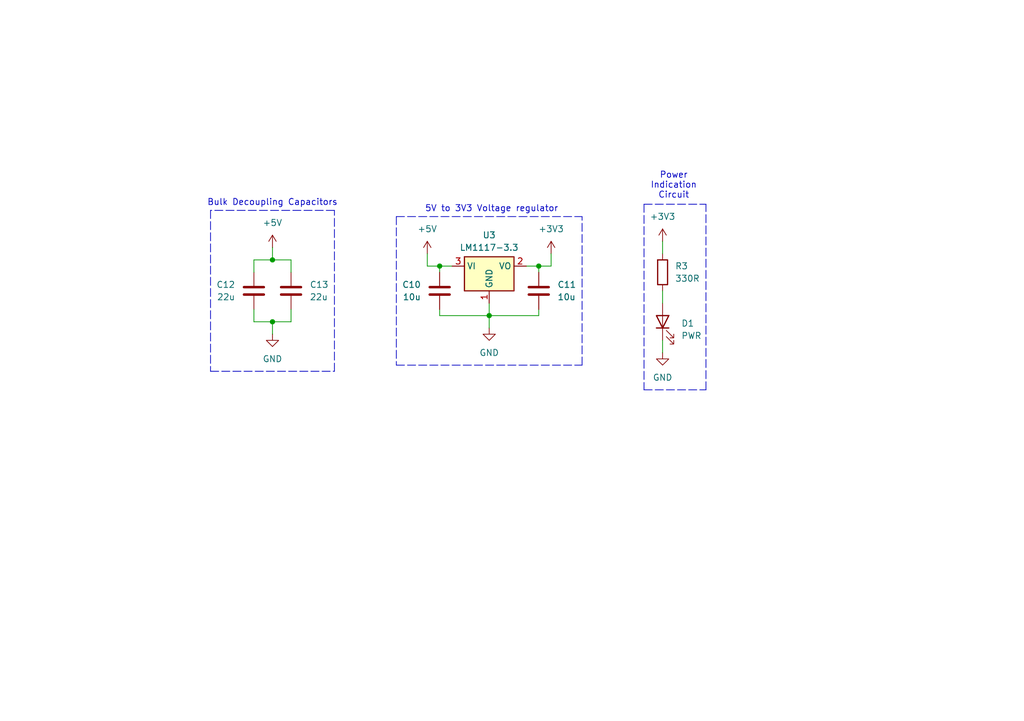
<source format=kicad_sch>
(kicad_sch (version 20250114) (generator "eeschema") (generator_version "9.0")
  (paper "A5")
  (title_block (title "Power") (rev "1.0.0") (company "sauer-solutions"))
  (lib_symbols
    (symbol "Device:C" (pin_numbers (hide yes)) (pin_names (offset 0.254))
      (property "Reference" "C" (at 0.635 2.54 0))
      (property "Value" "C" (at 0.635 -2.54 0))
      (symbol "C_0_1"
        (polyline (pts (xy -2.032 0.762) (xy 2.032 0.762)) (stroke (width 0.508)))
        (polyline (pts (xy -2.032 -0.762) (xy 2.032 -0.762)) (stroke (width 0.508)))
      )
      (symbol "C_1_1"
        (pin passive line (at 0 3.81 270) (length 2.794) (name "~") (number "1"))
        (pin passive line (at 0 -3.81 90) (length 2.794) (name "~") (number "2"))
      )
    )
    (symbol "Device:LED" (pin_numbers (hide yes)) (pin_names (offset 1.016) (hide yes))
      (property "Reference" "D" (at 0 2.54 0))
      (property "Value" "LED" (at 0 -2.54 0))
      (symbol "LED_0_1"
        (polyline (pts (xy -3.048 -0.762) (xy -4.572 -2.286) (xy -3.81 -2.286) (xy -4.572 -2.286) (xy -4.572 -1.524)))
        (polyline (pts (xy -1.778 -0.762) (xy -3.302 -2.286) (xy -2.54 -2.286) (xy -3.302 -2.286) (xy -3.302 -1.524)))
        (polyline (pts (xy -1.27 0) (xy 1.27 0)))
        (polyline (pts (xy -1.27 -1.27) (xy -1.27 1.27)) (stroke (width 0.254)))
        (polyline (pts (xy 1.27 -1.27) (xy 1.27 1.27) (xy -1.27 0) (xy 1.27 -1.27)) (stroke (width 0.254)))
      )
      (symbol "LED_1_1"
        (pin passive line (at -3.81 0 0) (length 2.54) (name "K") (number "1"))
        (pin passive line (at 3.81 0 180) (length 2.54) (name "A") (number "2"))
      )
    )
    (symbol "Device:R" (pin_numbers (hide yes)) (pin_names (offset 0))
      (property "Reference" "R" (at 2.032 0 90))
      (property "Value" "R" (at 0 0 90))
      (symbol "R_0_1"
        (rectangle (start -1.016 -2.54) (end 1.016 2.54) (stroke (width 0.254)))
      )
      (symbol "R_1_1"
        (pin passive line (at 0 3.81 270) (length 1.27) (name "~") (number "1"))
        (pin passive line (at 0 -3.81 90) (length 1.27) (name "~") (number "2"))
      )
    )
    (symbol "Regulator_Linear:AMS1117-3.3"
      (property "Reference" "U" (at -3.81 3.175 0))
      (property "Value" "AMS1117-3.3" (at 0 3.175 0))
      (symbol "AMS1117-3.3_0_1"
        (rectangle (start -5.08 -5.08) (end 5.08 1.905) (stroke (width 0.254)) (fill (type background)))
      )
      (symbol "AMS1117-3.3_1_1"
        (pin power_in line (at -7.62 0 0) (length 2.54) (name "VI") (number "3"))
        (pin power_in line (at 0 -7.62 90) (length 2.54) (name "GND") (number "1"))
        (pin power_out line (at 7.62 0 180) (length 2.54) (name "VO") (number "2"))
      )
    )
    (symbol "power:+3V3" (power) (pin_numbers (hide yes)) (pin_names (offset 0) (hide yes))
      (property "Value" "+3V3" (at 0 3.556 0))
      (symbol "+3V3_0_1"
        (polyline (pts (xy -0.762 1.27) (xy 0 2.54)))
        (polyline (pts (xy 0 2.54) (xy 0.762 1.27)))
        (polyline (pts (xy 0 0) (xy 0 2.54)))
      )
      (symbol "+3V3_1_1"
        (pin power_in line (at 0 0 90) (length 0) (name "~") (number "1"))
      )
    )
    (symbol "power:+5V" (power) (pin_numbers (hide yes)) (pin_names (offset 0) (hide yes))
      (property "Value" "+5V" (at 0 3.556 0))
      (symbol "+5V_0_1"
        (polyline (pts (xy -0.762 1.27) (xy 0 2.54)))
        (polyline (pts (xy 0 2.54) (xy 0.762 1.27)))
        (polyline (pts (xy 0 0) (xy 0 2.54)))
      )
      (symbol "+5V_1_1"
        (pin power_in line (at 0 0 90) (length 0) (name "~") (number "1"))
      )
    )
    (symbol "power:GND" (power) (pin_numbers (hide yes)) (pin_names (offset 0) (hide yes))
      (property "Value" "GND" (at 0 -3.81 0))
      (symbol "GND_0_1"
        (polyline (pts (xy 0 0) (xy 0 -1.27) (xy 1.27 -1.27) (xy 0 -2.54) (xy -1.27 -1.27) (xy 0 -1.27)))
      )
      (symbol "GND_1_1"
        (pin power_in line (at 0 0 270) (length 0) (name "~") (number "1"))
      )
    )
  )
  (text "Power\nIndication\nCircuit" (at 138.176 38.1 0) (effects (font (size 1.27 1.27))))
  (text "5V to 3V3 Voltage regulator" (at 100.838 42.926 0) (effects (font (size 1.27 1.27))))
  (text "Bulk Decoupling Capacitors" (at 55.88 41.656 0) (effects (font (size 1.27 1.27))))
  (junction (at 55.88 66.04))
  (junction (at 90.17 54.61))
  (junction (at 110.49 54.61))
  (junction (at 100.33 64.77))
  (junction (at 55.88 53.34))
  (wire (pts (xy 135.89 59.69) (xy 135.89 62.23)))
  (wire (pts (xy 87.63 54.61) (xy 87.63 52.07)))
  (wire (pts (xy 59.69 55.88) (xy 59.69 53.34)))
  (wire (pts (xy 59.69 66.04) (xy 59.69 63.5)))
  (wire (pts (xy 52.07 53.34) (xy 52.07 55.88)))
  (wire (pts (xy 55.88 66.04) (xy 59.69 66.04)))
  (wire (pts (xy 110.49 54.61) (xy 107.95 54.61)))
  (wire (pts (xy 90.17 54.61) (xy 87.63 54.61)))
  (wire (pts (xy 110.49 64.77) (xy 110.49 63.5)))
  (wire (pts (xy 100.33 64.77) (xy 100.33 67.31)))
  (wire (pts (xy 52.07 63.5) (xy 52.07 66.04)))
  (wire (pts (xy 52.07 66.04) (xy 55.88 66.04)))
  (wire (pts (xy 110.49 54.61) (xy 110.49 55.88)))
  (polyline (pts (xy 81.28 44.45) (xy 81.28 74.93)) (stroke (width 0) (type dash)))
  (wire (pts (xy 135.89 69.85) (xy 135.89 72.39)))
  (wire (pts (xy 59.69 53.34) (xy 55.88 53.34)))
  (polyline (pts (xy 68.58 76.2) (xy 68.58 43.18)) (stroke (width 0) (type dash)))
  (polyline (pts (xy 43.18 76.2) (xy 68.58 76.2)) (stroke (width 0) (type dash)))
  (wire (pts (xy 100.33 62.23) (xy 100.33 64.77)))
  (wire (pts (xy 55.88 53.34) (xy 52.07 53.34)))
  (polyline (pts (xy 81.28 74.93) (xy 119.38 74.93)) (stroke (width 0) (type dash)))
  (wire (pts (xy 55.88 66.04) (xy 55.88 68.58)))
  (wire (pts (xy 92.71 54.61) (xy 90.17 54.61)))
  (polyline (pts (xy 132.08 41.91) (xy 144.78 41.91)) (stroke (width 0) (type dash)))
  (wire (pts (xy 113.03 52.07) (xy 113.03 54.61)))
  (polyline (pts (xy 81.28 44.45) (xy 119.38 44.45)) (stroke (width 0) (type dash)))
  (wire (pts (xy 135.89 49.53) (xy 135.89 52.07)))
  (wire (pts (xy 55.88 50.8) (xy 55.88 53.34)))
  (polyline (pts (xy 132.08 41.91) (xy 132.08 80.01)) (stroke (width 0) (type dash)))
  (polyline (pts (xy 119.38 74.93) (xy 119.38 44.45)) (stroke (width 0) (type dash)))
  (polyline (pts (xy 144.78 80.01) (xy 144.78 41.91)) (stroke (width 0) (type dash)))
  (wire (pts (xy 90.17 64.77) (xy 100.33 64.77)))
  (wire (pts (xy 90.17 54.61) (xy 90.17 55.88)))
  (wire (pts (xy 110.49 64.77) (xy 100.33 64.77)))
  (wire (pts (xy 113.03 54.61) (xy 110.49 54.61)))
  (wire (pts (xy 90.17 64.77) (xy 90.17 63.5)))
  (polyline (pts (xy 132.08 80.01) (xy 144.78 80.01)) (stroke (width 0) (type dash)))
  (polyline (pts (xy 43.18 43.18) (xy 43.18 76.2)) (stroke (width 0) (type dash)))
  (polyline (pts (xy 68.58 43.18) (xy 43.18 43.18)) (stroke (width 0) (type dash)))
  (symbol (lib_id "Device:R") (at 135.89 55.88 0) (unit 1)
    (property "Reference" "R3" (at 138.43 54.6099 0) (effects (justify left)))
    (property "Value" "330R" (at 138.43 57.1499 0) (effects (justify left)))
    (property "Footprint" "Resistor_SMD:R_0402_1005Metric" (effects (hide yes)))
    (property "Datasheet" "https://www.mouser.de/ProductDetail/Vishay-Dale/CRCW0402330RFKEDHP?qs=sGAEpiMZZMtlubZbdhIBIKMpMWeJoXcV1tfZ%252B52JmGI%3D" (effects (hide yes)))
    (property "Description" "Resistor" (effects (hide yes)))
    (property "Mouser-Nr" "71-CRCW0402330RFKEDH" (effects (hide yes)))
  )
  (symbol (lib_id "Device:C") (at 90.17 59.69 0) (unit 1)
    (property "Reference" "C10" (at 86.36 58.4199 0) (effects (justify right)))
    (property "Value" "10u" (at 86.36 60.9599 0) (effects (justify right)))
    (property "Footprint" "Capacitor_SMD:C_0805_2012Metric" (effects (hide yes)))
    (property "Datasheet" "https://www.mouser.de/ProductDetail/KYOCERA-AVX/TACR106M006RTA?qs=OXZB6UXbI1yoXVTqtRXw6g%3D%3D" (effects (hide yes)))
    (property "Description" "Unpolarized capacitor" (effects (hide yes)))
    (property "Mouser-Nr" "581-TACR106M006RTA" (effects (hide yes)))
  )
  (symbol (lib_id "Device:C") (at 59.69 59.69 0) (mirror y) (unit 1)
    (property "Reference" "C13" (at 63.5 58.4199 0) (effects (justify right)))
    (property "Value" "22u" (at 63.5 60.9599 0) (effects (justify right)))
    (property "Footprint" "Capacitor_SMD:C_0603_1608Metric" (effects (hide yes)))
    (property "Datasheet" "https://www.mouser.de/ProductDetail/Murata-Electronics/GRM188C80J226ME15D?qs=K0Sa7bCb58I9yTIvpI1jlg%3D%3D" (effects (hide yes)))
    (property "Description" "Unpolarized capacitor" (effects (hide yes)))
    (property "Mouser-Nr" "81-GRM188C80J226ME5D" (effects (hide yes)))
  )
  (symbol (lib_id "power:GND") (at 100.33 67.31 0) (unit 1)
    (property "Reference" "#PWR022" (effects (hide yes)))
    (property "Value" "GND" (at 100.33 72.39 0))
    (property "Description" "Power symbol creates a global label with name \"GND\" , ground" (effects (hide yes)))
  )
  (symbol (lib_id "power:+3V3") (at 135.89 49.53 0) (unit 1)
    (property "Reference" "#PWR026" (effects (hide yes)))
    (property "Value" "+3V3" (at 135.89 44.45 0))
    (property "Description" "Power symbol creates a global label with name \"+3V3\"" (effects (hide yes)))
  )
  (symbol (lib_id "Device:C") (at 110.49 59.69 0) (mirror y) (unit 1)
    (property "Reference" "C11" (at 114.3 58.4199 0) (effects (justify right)))
    (property "Value" "10u" (at 114.3 60.9599 0) (effects (justify right)))
    (property "Footprint" "Capacitor_SMD:C_0805_2012Metric" (effects (hide yes)))
    (property "Datasheet" "https://www.mouser.de/ProductDetail/KYOCERA-AVX/TACR106M006RTA?qs=OXZB6UXbI1yoXVTqtRXw6g%3D%3D" (effects (hide yes)))
    (property "Description" "Unpolarized capacitor" (effects (hide yes)))
    (property "Mouser-Nr" "581-TACR106M006RTA" (effects (hide yes)))
  )
  (symbol (lib_id "power:GND") (at 135.89 72.39 0) (unit 1)
    (property "Reference" "#PWR025" (effects (hide yes)))
    (property "Value" "GND" (at 135.89 77.47 0))
    (property "Description" "Power symbol creates a global label with name \"GND\" , ground" (effects (hide yes)))
  )
  (symbol (lib_id "power:+5V") (at 55.88 50.8 0) (unit 1)
    (property "Reference" "#PWR023" (effects (hide yes)))
    (property "Value" "+5V" (at 55.88 45.72 0))
    (property "Description" "Power symbol creates a global label with name \"+5V\"" (effects (hide yes)))
  )
  (symbol (lib_id "power:+3V3") (at 113.03 52.07 0) (unit 1)
    (property "Reference" "#PWR021" (effects (hide yes)))
    (property "Value" "+3V3" (at 113.03 46.99 0))
    (property "Description" "Power symbol creates a global label with name \"+3V3\"" (effects (hide yes)))
  )
  (symbol (lib_id "power:+5V") (at 87.63 52.07 0) (unit 1)
    (property "Reference" "#PWR020" (effects (hide yes)))
    (property "Value" "+5V" (at 87.63 46.99 0))
    (property "Description" "Power symbol creates a global label with name \"+5V\"" (effects (hide yes)))
  )
  (symbol (lib_id "Device:C") (at 52.07 59.69 0) (unit 1)
    (property "Reference" "C12" (at 48.26 58.4199 0) (effects (justify right)))
    (property "Value" "22u" (at 48.26 60.9599 0) (effects (justify right)))
    (property "Footprint" "Capacitor_SMD:C_0603_1608Metric" (effects (hide yes)))
    (property "Datasheet" "https://www.mouser.de/ProductDetail/Murata-Electronics/GRM188C80J226ME15D?qs=K0Sa7bCb58I9yTIvpI1jlg%3D%3D" (effects (hide yes)))
    (property "Description" "Unpolarized capacitor" (effects (hide yes)))
    (property "Mouser-Nr" "81-GRM188C80J226ME5D" (effects (hide yes)))
  )
  (symbol (lib_id "power:GND") (at 55.88 68.58 0) (unit 1)
    (property "Reference" "#PWR024" (effects (hide yes)))
    (property "Value" "GND" (at 55.88 73.66 0))
    (property "Description" "Power symbol creates a global label with name \"GND\" , ground" (effects (hide yes)))
  )
  (symbol (lib_id "Regulator_Linear:AMS1117-3.3") (at 100.33 54.61 0) (unit 1)
    (property "Reference" "U3" (at 100.33 48.26 0))
    (property "Value" "LM1117-3.3" (at 100.33 50.8 0))
    (property "Footprint" "Package_TO_SOT_SMD:SOT-223-3_TabPin2" (effects (hide yes)))
    (property "Datasheet" "https://www.mouser.de/ProductDetail/Texas-Instruments/LM1117IMPX-3.3-NOPB?qs=X1J7HmVL2ZG7K12CpArCeA%3D%3D" (effects (hide yes)))
    (property "Description" "1A Low Dropout regulator, positive, 3.3V fixed output, SOT-223" (effects (hide yes)))
    (property "Mouser-Nr" "926-LM1117IMPX33NOPB" (effects (hide yes)))
  )
  (symbol (lib_id "Device:LED") (at 135.89 66.04 90) (unit 1)
    (property "Reference" "D1" (at 139.7 66.3574 90) (effects (justify right)))
    (property "Value" "PWR" (at 139.7 68.8974 90) (effects (justify right)))
    (property "Footprint" "Diode_SMD:D_0603_1608Metric" (effects (hide yes)))
    (property "Datasheet" "https://www.mouser.de/ProductDetail/ROHM-Semiconductor/SML-D12V8WT86?qs=4kLU8WoGk0uh2PhEoCCv1w%3D%3D" (effects (hide yes)))
    (property "Description" "Light emitting diode" (effects (hide yes)))
    (property "Sim.Pins" "1=K 2=A" (effects (hide yes)))
    (property "Mouser-Nr" "755-SML-D12V8WT86" (effects (hide yes)))
  )
)
</source>
